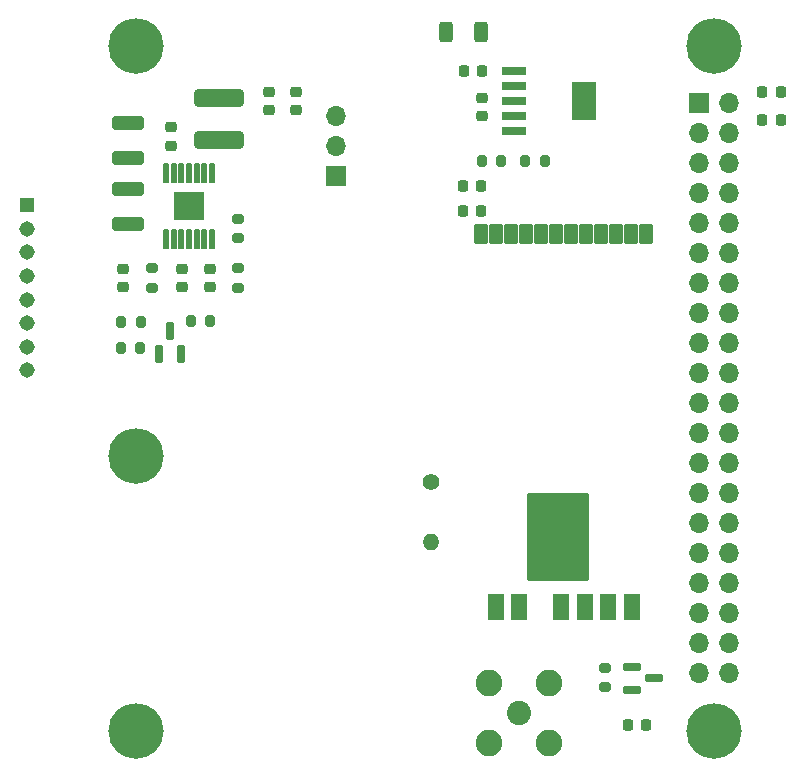
<source format=gts>
%TF.GenerationSoftware,KiCad,Pcbnew,7.0.2-0*%
%TF.CreationDate,2023-11-14T22:29:05-08:00*%
%TF.ProjectId,RPi_interface,5250695f-696e-4746-9572-666163652e6b,1.0*%
%TF.SameCoordinates,Original*%
%TF.FileFunction,Soldermask,Top*%
%TF.FilePolarity,Negative*%
%FSLAX46Y46*%
G04 Gerber Fmt 4.6, Leading zero omitted, Abs format (unit mm)*
G04 Created by KiCad (PCBNEW 7.0.2-0) date 2023-11-14 22:29:05*
%MOMM*%
%LPD*%
G01*
G04 APERTURE LIST*
G04 Aperture macros list*
%AMRoundRect*
0 Rectangle with rounded corners*
0 $1 Rounding radius*
0 $2 $3 $4 $5 $6 $7 $8 $9 X,Y pos of 4 corners*
0 Add a 4 corners polygon primitive as box body*
4,1,4,$2,$3,$4,$5,$6,$7,$8,$9,$2,$3,0*
0 Add four circle primitives for the rounded corners*
1,1,$1+$1,$2,$3*
1,1,$1+$1,$4,$5*
1,1,$1+$1,$6,$7*
1,1,$1+$1,$8,$9*
0 Add four rect primitives between the rounded corners*
20,1,$1+$1,$2,$3,$4,$5,0*
20,1,$1+$1,$4,$5,$6,$7,0*
20,1,$1+$1,$6,$7,$8,$9,0*
20,1,$1+$1,$8,$9,$2,$3,0*%
G04 Aperture macros list end*
%ADD10RoundRect,0.200000X-0.200000X-0.275000X0.200000X-0.275000X0.200000X0.275000X-0.200000X0.275000X0*%
%ADD11RoundRect,0.063500X-0.660400X0.279400X-0.660400X-0.279400X0.660400X-0.279400X0.660400X0.279400X0*%
%ADD12RoundRect,0.225000X-0.225000X-0.250000X0.225000X-0.250000X0.225000X0.250000X-0.225000X0.250000X0*%
%ADD13C,4.700000*%
%ADD14RoundRect,0.225000X-0.250000X0.225000X-0.250000X-0.225000X0.250000X-0.225000X0.250000X0.225000X0*%
%ADD15R,2.000000X0.650000*%
%ADD16R,2.000000X3.200000*%
%ADD17RoundRect,0.250000X-1.100000X0.325000X-1.100000X-0.325000X1.100000X-0.325000X1.100000X0.325000X0*%
%ADD18RoundRect,0.333000X1.767000X-0.417000X1.767000X0.417000X-1.767000X0.417000X-1.767000X-0.417000X0*%
%ADD19RoundRect,0.218750X-0.218750X-0.256250X0.218750X-0.256250X0.218750X0.256250X-0.218750X0.256250X0*%
%ADD20RoundRect,0.200000X0.200000X0.275000X-0.200000X0.275000X-0.200000X-0.275000X0.200000X-0.275000X0*%
%ADD21RoundRect,0.225000X0.225000X0.250000X-0.225000X0.250000X-0.225000X-0.250000X0.225000X-0.250000X0*%
%ADD22RoundRect,0.063500X-0.487500X0.750000X-0.487500X-0.750000X0.487500X-0.750000X0.487500X0.750000X0*%
%ADD23RoundRect,0.063500X-0.650000X1.000000X-0.650000X-1.000000X0.650000X-1.000000X0.650000X1.000000X0*%
%ADD24RoundRect,0.063500X-2.550000X3.650000X-2.550000X-3.650000X2.550000X-3.650000X2.550000X3.650000X0*%
%ADD25RoundRect,0.063500X0.152400X-0.800100X0.152400X0.800100X-0.152400X0.800100X-0.152400X-0.800100X0*%
%ADD26RoundRect,0.063500X1.230000X-1.155000X1.230000X1.155000X-1.230000X1.155000X-1.230000X-1.155000X0*%
%ADD27RoundRect,0.225000X0.250000X-0.225000X0.250000X0.225000X-0.250000X0.225000X-0.250000X-0.225000X0*%
%ADD28RoundRect,0.250000X1.100000X-0.325000X1.100000X0.325000X-1.100000X0.325000X-1.100000X-0.325000X0*%
%ADD29RoundRect,0.250000X0.312500X0.625000X-0.312500X0.625000X-0.312500X-0.625000X0.312500X-0.625000X0*%
%ADD30RoundRect,0.063500X-0.279400X-0.660400X0.279400X-0.660400X0.279400X0.660400X-0.279400X0.660400X0*%
%ADD31RoundRect,0.200000X0.275000X-0.200000X0.275000X0.200000X-0.275000X0.200000X-0.275000X-0.200000X0*%
%ADD32C,1.400000*%
%ADD33O,1.400000X1.400000*%
%ADD34RoundRect,0.200000X-0.275000X0.200000X-0.275000X-0.200000X0.275000X-0.200000X0.275000X0.200000X0*%
%ADD35C,2.050000*%
%ADD36C,2.250000*%
%ADD37R,1.700000X1.700000*%
%ADD38O,1.700000X1.700000*%
%ADD39R,1.308000X1.308000*%
%ADD40C,1.308000*%
G04 APERTURE END LIST*
D10*
%TO.C,R6*%
X131800000Y-61275000D03*
X133450000Y-61275000D03*
%TD*%
D11*
%TO.C,Q2*%
X144535200Y-104122500D03*
X144535200Y-106027500D03*
X146414800Y-105075000D03*
%TD*%
D12*
%TO.C,C12*%
X155575000Y-55400000D03*
X157125000Y-55400000D03*
%TD*%
D13*
%TO.C,H5*%
X102500000Y-86200000D03*
%TD*%
D10*
%TO.C,R7*%
X135475000Y-61275000D03*
X137125000Y-61275000D03*
%TD*%
D14*
%TO.C,C8*%
X131800000Y-55900000D03*
X131800000Y-57450000D03*
%TD*%
D15*
%TO.C,U3*%
X134500000Y-53635000D03*
X134500000Y-54905000D03*
X134500000Y-56175000D03*
X134500000Y-57445000D03*
X134500000Y-58715000D03*
D16*
X140500000Y-56175000D03*
%TD*%
D17*
%TO.C,C3*%
X101900000Y-63625000D03*
X101900000Y-66575000D03*
%TD*%
D18*
%TO.C,L1*%
X109600000Y-59500000D03*
X109600000Y-55900000D03*
%TD*%
D13*
%TO.C,H2*%
X151500000Y-51500000D03*
%TD*%
D19*
%TO.C,D1*%
X144162500Y-109025000D03*
X145737500Y-109025000D03*
%TD*%
D20*
%TO.C,R4*%
X108825000Y-74787500D03*
X107175000Y-74787500D03*
%TD*%
D21*
%TO.C,C10*%
X131775000Y-63400000D03*
X130225000Y-63400000D03*
%TD*%
D10*
%TO.C,R8*%
X101275000Y-74875000D03*
X102925000Y-74875000D03*
%TD*%
D22*
%TO.C,U2*%
X131770000Y-67460000D03*
X133040000Y-67460000D03*
X134310000Y-67460000D03*
X135580000Y-67460000D03*
X136850000Y-67460000D03*
X138120000Y-67460000D03*
X139390000Y-67460000D03*
X140660000Y-67460000D03*
X141930000Y-67460000D03*
X143200000Y-67460000D03*
X144470000Y-67460000D03*
X145740000Y-67460000D03*
D23*
X144520000Y-99000000D03*
X142520000Y-99000000D03*
X140520000Y-99000000D03*
X138520000Y-99000000D03*
X135000000Y-99000000D03*
X133000000Y-99000000D03*
D24*
X138270000Y-93100000D03*
%TD*%
D25*
%TO.C,U1*%
X105077296Y-67843200D03*
X105727309Y-67843200D03*
X106377318Y-67843200D03*
X107027330Y-67843200D03*
X107677342Y-67843200D03*
X108327351Y-67843200D03*
X108977364Y-67843200D03*
X108977364Y-62306000D03*
X108327351Y-62306000D03*
X107677342Y-62306000D03*
X107027330Y-62306000D03*
X106377318Y-62306000D03*
X105727309Y-62306000D03*
X105077296Y-62306000D03*
D26*
X107027330Y-65074600D03*
%TD*%
D27*
%TO.C,C2*%
X116100000Y-56975000D03*
X116100000Y-55425000D03*
%TD*%
D28*
%TO.C,C4*%
X101900000Y-61025000D03*
X101900000Y-58075000D03*
%TD*%
D14*
%TO.C,C5*%
X105500000Y-58425000D03*
X105500000Y-59975000D03*
%TD*%
D29*
%TO.C,R1*%
X131737500Y-50375000D03*
X128812500Y-50375000D03*
%TD*%
D14*
%TO.C,C7*%
X106400000Y-70412500D03*
X106400000Y-71962500D03*
%TD*%
%TO.C,C6*%
X108825000Y-70412500D03*
X108825000Y-71962500D03*
%TD*%
D30*
%TO.C,Q1*%
X104447500Y-77564800D03*
X106352500Y-77564800D03*
X105400000Y-75685200D03*
%TD*%
D12*
%TO.C,C14*%
X130275000Y-53625000D03*
X131825000Y-53625000D03*
%TD*%
D13*
%TO.C,H4*%
X151500000Y-109500000D03*
%TD*%
%TO.C,H1*%
X102500000Y-51500000D03*
%TD*%
D10*
%TO.C,R9*%
X101250000Y-77100000D03*
X102900000Y-77100000D03*
%TD*%
D31*
%TO.C,R10*%
X142250000Y-105825000D03*
X142250000Y-104175000D03*
%TD*%
D14*
%TO.C,C11*%
X101400000Y-70412500D03*
X101400000Y-71962500D03*
%TD*%
D27*
%TO.C,C1*%
X113760000Y-56975000D03*
X113760000Y-55425000D03*
%TD*%
D21*
%TO.C,C9*%
X131775000Y-65500000D03*
X130225000Y-65500000D03*
%TD*%
D32*
%TO.C,TH1*%
X127550000Y-88460000D03*
D33*
X127550000Y-93540000D03*
%TD*%
D13*
%TO.C,H3*%
X102500000Y-109500000D03*
%TD*%
D31*
%TO.C,R3*%
X103900000Y-72012500D03*
X103900000Y-70362500D03*
%TD*%
D12*
%TO.C,C13*%
X155575000Y-57750000D03*
X157125000Y-57750000D03*
%TD*%
D34*
%TO.C,R2*%
X111200000Y-66175000D03*
X111200000Y-67825000D03*
%TD*%
D35*
%TO.C,J4*%
X135000000Y-108000000D03*
D36*
X132460000Y-105460000D03*
X132460000Y-110540000D03*
X137540000Y-105460000D03*
X137540000Y-110540000D03*
%TD*%
D34*
%TO.C,R5*%
X111200000Y-70362500D03*
X111200000Y-72012500D03*
%TD*%
D37*
%TO.C,J3*%
X119500000Y-62540000D03*
D38*
X119500000Y-60000000D03*
X119500000Y-57460000D03*
%TD*%
D39*
%TO.C,J2*%
X93300000Y-65000000D03*
D40*
X93300000Y-67000001D03*
X93300000Y-69000000D03*
X93300000Y-71000001D03*
X93300000Y-72999999D03*
X93300000Y-75000000D03*
X93300000Y-76999999D03*
X93300000Y-79000000D03*
%TD*%
D37*
%TO.C,J1*%
X150230000Y-56370000D03*
D38*
X152770000Y-56370000D03*
X150230000Y-58910000D03*
X152770000Y-58910000D03*
X150230000Y-61450000D03*
X152770000Y-61450000D03*
X150230000Y-63990000D03*
X152770000Y-63990000D03*
X150230000Y-66530000D03*
X152770000Y-66530000D03*
X150230000Y-69070000D03*
X152770000Y-69070000D03*
X150230000Y-71610000D03*
X152770000Y-71610000D03*
X150230000Y-74150000D03*
X152770000Y-74150000D03*
X150230000Y-76690000D03*
X152770000Y-76690000D03*
X150230000Y-79230000D03*
X152770000Y-79230000D03*
X150230000Y-81770000D03*
X152770000Y-81770000D03*
X150230000Y-84310000D03*
X152770000Y-84310000D03*
X150230000Y-86850000D03*
X152770000Y-86850000D03*
X150230000Y-89390000D03*
X152770000Y-89390000D03*
X150230000Y-91930000D03*
X152770000Y-91930000D03*
X150230000Y-94470000D03*
X152770000Y-94470000D03*
X150230000Y-97010000D03*
X152770000Y-97010000D03*
X150230000Y-99550000D03*
X152770000Y-99550000D03*
X150230000Y-102090000D03*
X152770000Y-102090000D03*
X150230000Y-104630000D03*
X152770000Y-104630000D03*
%TD*%
M02*

</source>
